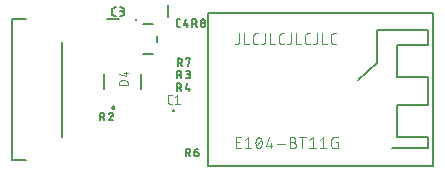
<source format=gbr>
G04 EAGLE Gerber RS-274X export*
G75*
%MOMM*%
%FSLAX34Y34*%
%LPD*%
%INSilkscreen Top*%
%IPPOS*%
%AMOC8*
5,1,8,0,0,1.08239X$1,22.5*%
G01*
%ADD10C,0.076200*%
%ADD11C,0.127000*%
%ADD12C,0.203200*%
%ADD13C,0.254000*%
%ADD14C,0.152400*%
%ADD15C,0.200000*%


D10*
X270201Y120704D02*
X270201Y113394D01*
X270199Y113305D01*
X270193Y113217D01*
X270184Y113129D01*
X270171Y113041D01*
X270154Y112954D01*
X270134Y112868D01*
X270109Y112783D01*
X270082Y112698D01*
X270050Y112615D01*
X270016Y112534D01*
X269977Y112454D01*
X269936Y112376D01*
X269891Y112299D01*
X269843Y112225D01*
X269792Y112152D01*
X269738Y112082D01*
X269680Y112015D01*
X269620Y111949D01*
X269558Y111887D01*
X269492Y111827D01*
X269425Y111769D01*
X269355Y111715D01*
X269282Y111664D01*
X269208Y111616D01*
X269131Y111571D01*
X269053Y111530D01*
X268973Y111491D01*
X268892Y111457D01*
X268809Y111425D01*
X268724Y111398D01*
X268639Y111373D01*
X268553Y111353D01*
X268466Y111336D01*
X268378Y111323D01*
X268290Y111314D01*
X268202Y111308D01*
X268113Y111306D01*
X267069Y111306D01*
X274715Y111306D02*
X274715Y120704D01*
X274715Y111306D02*
X278892Y111306D01*
X284380Y111306D02*
X286469Y111306D01*
X284380Y111306D02*
X284291Y111308D01*
X284203Y111314D01*
X284115Y111323D01*
X284027Y111336D01*
X283940Y111353D01*
X283854Y111373D01*
X283769Y111398D01*
X283684Y111425D01*
X283601Y111457D01*
X283520Y111491D01*
X283440Y111530D01*
X283362Y111571D01*
X283285Y111616D01*
X283211Y111664D01*
X283138Y111715D01*
X283068Y111769D01*
X283001Y111827D01*
X282935Y111887D01*
X282873Y111949D01*
X282813Y112015D01*
X282755Y112082D01*
X282701Y112152D01*
X282650Y112225D01*
X282602Y112299D01*
X282557Y112376D01*
X282516Y112454D01*
X282477Y112534D01*
X282443Y112615D01*
X282411Y112698D01*
X282384Y112783D01*
X282359Y112868D01*
X282339Y112954D01*
X282322Y113041D01*
X282309Y113129D01*
X282300Y113217D01*
X282294Y113305D01*
X282292Y113394D01*
X282292Y118616D01*
X282294Y118707D01*
X282300Y118798D01*
X282310Y118889D01*
X282324Y118979D01*
X282341Y119068D01*
X282363Y119156D01*
X282389Y119244D01*
X282418Y119330D01*
X282451Y119415D01*
X282488Y119498D01*
X282528Y119580D01*
X282572Y119660D01*
X282619Y119738D01*
X282670Y119814D01*
X282723Y119887D01*
X282780Y119958D01*
X282841Y120027D01*
X282904Y120092D01*
X282969Y120155D01*
X283038Y120215D01*
X283109Y120273D01*
X283182Y120326D01*
X283258Y120377D01*
X283336Y120424D01*
X283416Y120468D01*
X283498Y120508D01*
X283581Y120545D01*
X283666Y120578D01*
X283752Y120607D01*
X283840Y120633D01*
X283928Y120655D01*
X284017Y120672D01*
X284107Y120686D01*
X284198Y120696D01*
X284289Y120702D01*
X284380Y120704D01*
X286469Y120704D01*
X292147Y120704D02*
X292147Y113394D01*
X292146Y113394D02*
X292144Y113305D01*
X292138Y113217D01*
X292129Y113129D01*
X292116Y113041D01*
X292099Y112954D01*
X292079Y112868D01*
X292054Y112783D01*
X292027Y112698D01*
X291995Y112615D01*
X291961Y112534D01*
X291922Y112454D01*
X291881Y112376D01*
X291836Y112299D01*
X291788Y112225D01*
X291737Y112152D01*
X291683Y112082D01*
X291625Y112015D01*
X291565Y111949D01*
X291503Y111887D01*
X291437Y111827D01*
X291370Y111769D01*
X291300Y111715D01*
X291227Y111664D01*
X291153Y111616D01*
X291076Y111571D01*
X290998Y111530D01*
X290918Y111491D01*
X290837Y111457D01*
X290754Y111425D01*
X290669Y111398D01*
X290584Y111373D01*
X290498Y111353D01*
X290411Y111336D01*
X290323Y111323D01*
X290235Y111314D01*
X290147Y111308D01*
X290058Y111306D01*
X289014Y111306D01*
X296661Y111306D02*
X296661Y120704D01*
X296661Y111306D02*
X300837Y111306D01*
X306326Y111306D02*
X308414Y111306D01*
X306326Y111306D02*
X306237Y111308D01*
X306149Y111314D01*
X306061Y111323D01*
X305973Y111336D01*
X305886Y111353D01*
X305800Y111373D01*
X305715Y111398D01*
X305630Y111425D01*
X305547Y111457D01*
X305466Y111491D01*
X305386Y111530D01*
X305308Y111571D01*
X305231Y111616D01*
X305157Y111664D01*
X305084Y111715D01*
X305014Y111769D01*
X304947Y111827D01*
X304881Y111887D01*
X304819Y111949D01*
X304759Y112015D01*
X304701Y112082D01*
X304647Y112152D01*
X304596Y112225D01*
X304548Y112299D01*
X304503Y112376D01*
X304462Y112454D01*
X304423Y112534D01*
X304389Y112615D01*
X304357Y112698D01*
X304330Y112783D01*
X304305Y112868D01*
X304285Y112954D01*
X304268Y113041D01*
X304255Y113129D01*
X304246Y113217D01*
X304240Y113305D01*
X304238Y113394D01*
X304237Y113394D02*
X304237Y118616D01*
X304238Y118616D02*
X304240Y118707D01*
X304246Y118798D01*
X304256Y118889D01*
X304270Y118979D01*
X304287Y119068D01*
X304309Y119156D01*
X304335Y119244D01*
X304364Y119330D01*
X304397Y119415D01*
X304434Y119498D01*
X304474Y119580D01*
X304518Y119660D01*
X304565Y119738D01*
X304616Y119814D01*
X304669Y119887D01*
X304726Y119958D01*
X304787Y120027D01*
X304850Y120092D01*
X304915Y120155D01*
X304984Y120215D01*
X305055Y120273D01*
X305128Y120326D01*
X305204Y120377D01*
X305282Y120424D01*
X305362Y120468D01*
X305444Y120508D01*
X305527Y120545D01*
X305612Y120578D01*
X305698Y120607D01*
X305786Y120633D01*
X305874Y120655D01*
X305963Y120672D01*
X306053Y120686D01*
X306144Y120696D01*
X306235Y120702D01*
X306326Y120704D01*
X308414Y120704D01*
X314092Y120704D02*
X314092Y113394D01*
X314090Y113305D01*
X314084Y113217D01*
X314075Y113129D01*
X314062Y113041D01*
X314045Y112954D01*
X314025Y112868D01*
X314000Y112783D01*
X313973Y112698D01*
X313941Y112615D01*
X313907Y112534D01*
X313868Y112454D01*
X313827Y112376D01*
X313782Y112299D01*
X313734Y112225D01*
X313683Y112152D01*
X313629Y112082D01*
X313571Y112015D01*
X313511Y111949D01*
X313449Y111887D01*
X313383Y111827D01*
X313316Y111769D01*
X313246Y111715D01*
X313173Y111664D01*
X313099Y111616D01*
X313022Y111571D01*
X312944Y111530D01*
X312864Y111491D01*
X312783Y111457D01*
X312700Y111425D01*
X312615Y111398D01*
X312530Y111373D01*
X312444Y111353D01*
X312357Y111336D01*
X312269Y111323D01*
X312181Y111314D01*
X312093Y111308D01*
X312004Y111306D01*
X310959Y111306D01*
X318606Y111306D02*
X318606Y120704D01*
X318606Y111306D02*
X322783Y111306D01*
X328271Y111306D02*
X330360Y111306D01*
X328271Y111306D02*
X328182Y111308D01*
X328094Y111314D01*
X328006Y111323D01*
X327918Y111336D01*
X327831Y111353D01*
X327745Y111373D01*
X327660Y111398D01*
X327575Y111425D01*
X327492Y111457D01*
X327411Y111491D01*
X327331Y111530D01*
X327253Y111571D01*
X327176Y111616D01*
X327102Y111664D01*
X327029Y111715D01*
X326959Y111769D01*
X326892Y111827D01*
X326826Y111887D01*
X326764Y111949D01*
X326704Y112015D01*
X326646Y112082D01*
X326592Y112152D01*
X326541Y112225D01*
X326493Y112299D01*
X326448Y112376D01*
X326407Y112454D01*
X326368Y112534D01*
X326334Y112615D01*
X326302Y112698D01*
X326275Y112783D01*
X326250Y112868D01*
X326230Y112954D01*
X326213Y113041D01*
X326200Y113129D01*
X326191Y113217D01*
X326185Y113305D01*
X326183Y113394D01*
X326183Y118616D01*
X326185Y118707D01*
X326191Y118798D01*
X326201Y118889D01*
X326215Y118979D01*
X326232Y119068D01*
X326254Y119156D01*
X326280Y119244D01*
X326309Y119330D01*
X326342Y119415D01*
X326379Y119498D01*
X326419Y119580D01*
X326463Y119660D01*
X326510Y119738D01*
X326561Y119814D01*
X326614Y119887D01*
X326671Y119958D01*
X326732Y120027D01*
X326795Y120092D01*
X326860Y120155D01*
X326929Y120215D01*
X327000Y120273D01*
X327073Y120326D01*
X327149Y120377D01*
X327227Y120424D01*
X327307Y120468D01*
X327389Y120508D01*
X327472Y120545D01*
X327557Y120578D01*
X327643Y120607D01*
X327731Y120633D01*
X327819Y120655D01*
X327908Y120672D01*
X327998Y120686D01*
X328089Y120696D01*
X328180Y120702D01*
X328271Y120704D01*
X330360Y120704D01*
X336038Y120704D02*
X336038Y113394D01*
X336037Y113394D02*
X336035Y113305D01*
X336029Y113217D01*
X336020Y113129D01*
X336007Y113041D01*
X335990Y112954D01*
X335970Y112868D01*
X335945Y112783D01*
X335918Y112698D01*
X335886Y112615D01*
X335852Y112534D01*
X335813Y112454D01*
X335772Y112376D01*
X335727Y112299D01*
X335679Y112225D01*
X335628Y112152D01*
X335574Y112082D01*
X335516Y112015D01*
X335456Y111949D01*
X335394Y111887D01*
X335328Y111827D01*
X335261Y111769D01*
X335191Y111715D01*
X335118Y111664D01*
X335044Y111616D01*
X334967Y111571D01*
X334889Y111530D01*
X334809Y111491D01*
X334728Y111457D01*
X334645Y111425D01*
X334560Y111398D01*
X334475Y111373D01*
X334389Y111353D01*
X334302Y111336D01*
X334214Y111323D01*
X334126Y111314D01*
X334038Y111308D01*
X333949Y111306D01*
X332905Y111306D01*
X340552Y111306D02*
X340552Y120704D01*
X340552Y111306D02*
X344728Y111306D01*
X350217Y111306D02*
X352305Y111306D01*
X350217Y111306D02*
X350128Y111308D01*
X350040Y111314D01*
X349952Y111323D01*
X349864Y111336D01*
X349777Y111353D01*
X349691Y111373D01*
X349606Y111398D01*
X349521Y111425D01*
X349438Y111457D01*
X349357Y111491D01*
X349277Y111530D01*
X349199Y111571D01*
X349122Y111616D01*
X349048Y111664D01*
X348975Y111715D01*
X348905Y111769D01*
X348838Y111827D01*
X348772Y111887D01*
X348710Y111949D01*
X348650Y112015D01*
X348592Y112082D01*
X348538Y112152D01*
X348487Y112225D01*
X348439Y112299D01*
X348394Y112376D01*
X348353Y112454D01*
X348314Y112534D01*
X348280Y112615D01*
X348248Y112698D01*
X348221Y112783D01*
X348196Y112868D01*
X348176Y112954D01*
X348159Y113041D01*
X348146Y113129D01*
X348137Y113217D01*
X348131Y113305D01*
X348129Y113394D01*
X348128Y113394D02*
X348128Y118616D01*
X348129Y118616D02*
X348131Y118707D01*
X348137Y118798D01*
X348147Y118889D01*
X348161Y118979D01*
X348178Y119068D01*
X348200Y119156D01*
X348226Y119244D01*
X348255Y119330D01*
X348288Y119415D01*
X348325Y119498D01*
X348365Y119580D01*
X348409Y119660D01*
X348456Y119738D01*
X348507Y119814D01*
X348560Y119887D01*
X348617Y119958D01*
X348678Y120027D01*
X348741Y120092D01*
X348806Y120155D01*
X348875Y120215D01*
X348946Y120273D01*
X349019Y120326D01*
X349095Y120377D01*
X349173Y120424D01*
X349253Y120468D01*
X349335Y120508D01*
X349418Y120545D01*
X349503Y120578D01*
X349589Y120607D01*
X349677Y120633D01*
X349765Y120655D01*
X349854Y120672D01*
X349944Y120686D01*
X350035Y120696D01*
X350126Y120702D01*
X350217Y120704D01*
X352305Y120704D01*
D11*
X220346Y126330D02*
X218822Y126330D01*
X218745Y126332D01*
X218668Y126338D01*
X218591Y126348D01*
X218515Y126361D01*
X218440Y126379D01*
X218366Y126400D01*
X218293Y126425D01*
X218221Y126454D01*
X218151Y126486D01*
X218082Y126521D01*
X218016Y126561D01*
X217951Y126603D01*
X217889Y126649D01*
X217829Y126698D01*
X217772Y126749D01*
X217717Y126804D01*
X217666Y126861D01*
X217617Y126921D01*
X217571Y126983D01*
X217529Y127048D01*
X217489Y127114D01*
X217454Y127183D01*
X217422Y127253D01*
X217393Y127325D01*
X217368Y127398D01*
X217347Y127472D01*
X217329Y127547D01*
X217316Y127623D01*
X217306Y127700D01*
X217300Y127777D01*
X217298Y127854D01*
X217298Y131664D01*
X217300Y131741D01*
X217306Y131818D01*
X217316Y131895D01*
X217329Y131971D01*
X217347Y132046D01*
X217368Y132120D01*
X217393Y132193D01*
X217422Y132265D01*
X217454Y132335D01*
X217489Y132404D01*
X217529Y132470D01*
X217571Y132535D01*
X217617Y132597D01*
X217666Y132657D01*
X217717Y132714D01*
X217772Y132769D01*
X217829Y132820D01*
X217889Y132869D01*
X217951Y132915D01*
X218016Y132957D01*
X218082Y132997D01*
X218151Y133032D01*
X218221Y133064D01*
X218293Y133093D01*
X218366Y133118D01*
X218440Y133139D01*
X218515Y133157D01*
X218591Y133170D01*
X218668Y133180D01*
X218745Y133186D01*
X218822Y133188D01*
X220346Y133188D01*
X224949Y133188D02*
X223425Y127854D01*
X227235Y127854D01*
X226092Y129378D02*
X226092Y126330D01*
X165926Y135671D02*
X164402Y135671D01*
X164325Y135673D01*
X164248Y135679D01*
X164171Y135689D01*
X164095Y135702D01*
X164020Y135720D01*
X163946Y135741D01*
X163873Y135766D01*
X163801Y135795D01*
X163731Y135827D01*
X163662Y135862D01*
X163596Y135902D01*
X163531Y135944D01*
X163469Y135990D01*
X163409Y136039D01*
X163352Y136090D01*
X163297Y136145D01*
X163246Y136202D01*
X163197Y136262D01*
X163151Y136324D01*
X163109Y136389D01*
X163069Y136455D01*
X163034Y136524D01*
X163002Y136594D01*
X162973Y136666D01*
X162948Y136739D01*
X162927Y136813D01*
X162909Y136888D01*
X162896Y136964D01*
X162886Y137041D01*
X162880Y137118D01*
X162878Y137195D01*
X162878Y141005D01*
X162880Y141082D01*
X162886Y141159D01*
X162896Y141236D01*
X162909Y141312D01*
X162927Y141387D01*
X162948Y141461D01*
X162973Y141534D01*
X163002Y141606D01*
X163034Y141676D01*
X163069Y141745D01*
X163109Y141811D01*
X163151Y141876D01*
X163197Y141938D01*
X163246Y141998D01*
X163297Y142055D01*
X163352Y142110D01*
X163409Y142161D01*
X163469Y142210D01*
X163531Y142256D01*
X163596Y142298D01*
X163662Y142338D01*
X163731Y142373D01*
X163801Y142405D01*
X163873Y142434D01*
X163946Y142459D01*
X164020Y142480D01*
X164095Y142498D01*
X164171Y142511D01*
X164248Y142521D01*
X164325Y142527D01*
X164402Y142529D01*
X165926Y142529D01*
X169005Y135671D02*
X170910Y135671D01*
X170995Y135673D01*
X171081Y135679D01*
X171166Y135688D01*
X171250Y135702D01*
X171334Y135719D01*
X171417Y135740D01*
X171499Y135764D01*
X171579Y135792D01*
X171659Y135824D01*
X171737Y135860D01*
X171813Y135898D01*
X171887Y135941D01*
X171959Y135986D01*
X172030Y136035D01*
X172098Y136087D01*
X172163Y136141D01*
X172226Y136199D01*
X172287Y136260D01*
X172345Y136323D01*
X172399Y136388D01*
X172451Y136456D01*
X172500Y136527D01*
X172545Y136599D01*
X172588Y136673D01*
X172626Y136749D01*
X172662Y136827D01*
X172694Y136907D01*
X172722Y136987D01*
X172746Y137069D01*
X172767Y137152D01*
X172784Y137236D01*
X172798Y137320D01*
X172807Y137405D01*
X172813Y137491D01*
X172815Y137576D01*
X172813Y137661D01*
X172807Y137747D01*
X172798Y137832D01*
X172784Y137916D01*
X172767Y138000D01*
X172746Y138083D01*
X172722Y138165D01*
X172694Y138245D01*
X172662Y138325D01*
X172626Y138403D01*
X172588Y138479D01*
X172545Y138553D01*
X172500Y138625D01*
X172451Y138696D01*
X172399Y138764D01*
X172345Y138829D01*
X172287Y138892D01*
X172226Y138953D01*
X172163Y139011D01*
X172098Y139065D01*
X172030Y139117D01*
X171959Y139166D01*
X171887Y139211D01*
X171813Y139254D01*
X171737Y139292D01*
X171659Y139328D01*
X171579Y139360D01*
X171499Y139388D01*
X171417Y139412D01*
X171334Y139433D01*
X171250Y139450D01*
X171166Y139464D01*
X171081Y139473D01*
X170995Y139479D01*
X170910Y139481D01*
X171291Y142529D02*
X169005Y142529D01*
X171291Y142529D02*
X171368Y142527D01*
X171445Y142521D01*
X171522Y142511D01*
X171598Y142498D01*
X171673Y142480D01*
X171747Y142459D01*
X171820Y142434D01*
X171892Y142405D01*
X171962Y142373D01*
X172031Y142338D01*
X172097Y142298D01*
X172162Y142256D01*
X172224Y142210D01*
X172284Y142161D01*
X172341Y142110D01*
X172396Y142055D01*
X172447Y141998D01*
X172496Y141938D01*
X172542Y141876D01*
X172584Y141811D01*
X172624Y141745D01*
X172659Y141676D01*
X172691Y141606D01*
X172720Y141534D01*
X172745Y141461D01*
X172766Y141387D01*
X172784Y141312D01*
X172797Y141236D01*
X172807Y141159D01*
X172813Y141082D01*
X172815Y141005D01*
X172813Y140928D01*
X172807Y140851D01*
X172797Y140774D01*
X172784Y140698D01*
X172766Y140623D01*
X172745Y140549D01*
X172720Y140476D01*
X172691Y140404D01*
X172659Y140334D01*
X172624Y140265D01*
X172584Y140199D01*
X172542Y140134D01*
X172496Y140072D01*
X172447Y140012D01*
X172396Y139955D01*
X172341Y139900D01*
X172284Y139849D01*
X172224Y139800D01*
X172162Y139754D01*
X172097Y139712D01*
X172031Y139672D01*
X171962Y139637D01*
X171892Y139605D01*
X171820Y139576D01*
X171747Y139551D01*
X171673Y139530D01*
X171598Y139512D01*
X171522Y139499D01*
X171445Y139489D01*
X171368Y139483D01*
X171291Y139481D01*
X169767Y139481D01*
D10*
X267369Y23206D02*
X271545Y23206D01*
X267369Y23206D02*
X267369Y32604D01*
X271545Y32604D01*
X270501Y28427D02*
X267369Y28427D01*
X274971Y30516D02*
X277582Y32604D01*
X277582Y23206D01*
X280192Y23206D02*
X274971Y23206D01*
X284115Y27905D02*
X284117Y28090D01*
X284124Y28275D01*
X284135Y28459D01*
X284150Y28643D01*
X284170Y28827D01*
X284194Y29011D01*
X284223Y29193D01*
X284256Y29375D01*
X284293Y29556D01*
X284335Y29736D01*
X284381Y29916D01*
X284431Y30094D01*
X284485Y30270D01*
X284544Y30446D01*
X284606Y30620D01*
X284673Y30792D01*
X284744Y30963D01*
X284819Y31132D01*
X284898Y31299D01*
X284897Y31299D02*
X284927Y31379D01*
X284960Y31458D01*
X284997Y31535D01*
X285037Y31611D01*
X285080Y31685D01*
X285126Y31757D01*
X285176Y31826D01*
X285228Y31894D01*
X285284Y31959D01*
X285342Y32022D01*
X285404Y32081D01*
X285467Y32139D01*
X285534Y32193D01*
X285602Y32244D01*
X285673Y32292D01*
X285746Y32337D01*
X285820Y32379D01*
X285897Y32417D01*
X285975Y32452D01*
X286054Y32484D01*
X286135Y32512D01*
X286217Y32536D01*
X286301Y32557D01*
X286384Y32574D01*
X286469Y32587D01*
X286554Y32596D01*
X286639Y32602D01*
X286725Y32604D01*
X286811Y32602D01*
X286896Y32596D01*
X286981Y32587D01*
X287066Y32574D01*
X287149Y32557D01*
X287233Y32536D01*
X287315Y32512D01*
X287396Y32484D01*
X287475Y32452D01*
X287553Y32417D01*
X287630Y32379D01*
X287704Y32337D01*
X287777Y32292D01*
X287848Y32244D01*
X287916Y32193D01*
X287983Y32139D01*
X288046Y32081D01*
X288108Y32022D01*
X288166Y31959D01*
X288222Y31894D01*
X288274Y31826D01*
X288324Y31757D01*
X288370Y31685D01*
X288413Y31611D01*
X288453Y31535D01*
X288490Y31458D01*
X288523Y31379D01*
X288553Y31299D01*
X288632Y31132D01*
X288707Y30963D01*
X288778Y30792D01*
X288845Y30620D01*
X288907Y30446D01*
X288966Y30270D01*
X289020Y30094D01*
X289070Y29916D01*
X289116Y29736D01*
X289158Y29556D01*
X289195Y29375D01*
X289228Y29193D01*
X289257Y29011D01*
X289281Y28827D01*
X289301Y28643D01*
X289316Y28459D01*
X289327Y28275D01*
X289334Y28090D01*
X289336Y27905D01*
X284115Y27905D02*
X284117Y27720D01*
X284124Y27535D01*
X284135Y27351D01*
X284150Y27167D01*
X284170Y26983D01*
X284194Y26799D01*
X284223Y26617D01*
X284256Y26435D01*
X284293Y26254D01*
X284335Y26074D01*
X284381Y25894D01*
X284431Y25716D01*
X284485Y25540D01*
X284544Y25364D01*
X284606Y25190D01*
X284673Y25018D01*
X284744Y24847D01*
X284819Y24678D01*
X284898Y24511D01*
X284897Y24511D02*
X284927Y24431D01*
X284960Y24352D01*
X284997Y24275D01*
X285037Y24199D01*
X285080Y24125D01*
X285126Y24053D01*
X285176Y23984D01*
X285229Y23916D01*
X285284Y23851D01*
X285343Y23788D01*
X285404Y23729D01*
X285467Y23671D01*
X285534Y23617D01*
X285602Y23566D01*
X285673Y23518D01*
X285746Y23473D01*
X285820Y23431D01*
X285897Y23393D01*
X285975Y23358D01*
X286054Y23326D01*
X286135Y23298D01*
X286217Y23274D01*
X286301Y23253D01*
X286384Y23236D01*
X286469Y23223D01*
X286554Y23214D01*
X286639Y23208D01*
X286725Y23206D01*
X288553Y24511D02*
X288632Y24678D01*
X288707Y24847D01*
X288778Y25018D01*
X288845Y25190D01*
X288907Y25364D01*
X288966Y25540D01*
X289020Y25716D01*
X289070Y25894D01*
X289116Y26074D01*
X289158Y26254D01*
X289195Y26435D01*
X289228Y26617D01*
X289257Y26799D01*
X289281Y26983D01*
X289301Y27167D01*
X289316Y27351D01*
X289327Y27535D01*
X289334Y27720D01*
X289336Y27905D01*
X288553Y24511D02*
X288523Y24431D01*
X288490Y24352D01*
X288453Y24275D01*
X288413Y24199D01*
X288370Y24125D01*
X288324Y24053D01*
X288274Y23984D01*
X288222Y23916D01*
X288166Y23851D01*
X288108Y23788D01*
X288046Y23729D01*
X287983Y23671D01*
X287916Y23617D01*
X287848Y23566D01*
X287777Y23518D01*
X287704Y23473D01*
X287630Y23431D01*
X287553Y23393D01*
X287475Y23358D01*
X287396Y23326D01*
X287315Y23298D01*
X287233Y23274D01*
X287149Y23253D01*
X287066Y23236D01*
X286981Y23223D01*
X286896Y23214D01*
X286811Y23208D01*
X286725Y23206D01*
X284637Y25294D02*
X288814Y30516D01*
X293259Y25294D02*
X295347Y32604D01*
X293259Y25294D02*
X298480Y25294D01*
X296914Y27383D02*
X296914Y23206D01*
X302490Y26861D02*
X308756Y26861D01*
X313202Y28427D02*
X315813Y28427D01*
X315813Y28428D02*
X315914Y28426D01*
X316015Y28420D01*
X316116Y28410D01*
X316216Y28397D01*
X316316Y28379D01*
X316415Y28358D01*
X316513Y28332D01*
X316610Y28303D01*
X316706Y28271D01*
X316800Y28234D01*
X316893Y28194D01*
X316985Y28150D01*
X317074Y28103D01*
X317162Y28052D01*
X317248Y27998D01*
X317331Y27941D01*
X317413Y27881D01*
X317491Y27817D01*
X317568Y27751D01*
X317641Y27681D01*
X317712Y27609D01*
X317780Y27534D01*
X317845Y27456D01*
X317907Y27376D01*
X317966Y27294D01*
X318022Y27209D01*
X318074Y27122D01*
X318123Y27034D01*
X318169Y26943D01*
X318210Y26851D01*
X318249Y26757D01*
X318283Y26662D01*
X318314Y26566D01*
X318341Y26468D01*
X318365Y26370D01*
X318384Y26270D01*
X318400Y26170D01*
X318412Y26070D01*
X318420Y25969D01*
X318424Y25868D01*
X318424Y25766D01*
X318420Y25665D01*
X318412Y25564D01*
X318400Y25464D01*
X318384Y25364D01*
X318365Y25264D01*
X318341Y25166D01*
X318314Y25068D01*
X318283Y24972D01*
X318249Y24877D01*
X318210Y24783D01*
X318169Y24691D01*
X318123Y24600D01*
X318074Y24511D01*
X318022Y24425D01*
X317966Y24340D01*
X317907Y24258D01*
X317845Y24178D01*
X317780Y24100D01*
X317712Y24025D01*
X317641Y23953D01*
X317568Y23883D01*
X317491Y23817D01*
X317413Y23753D01*
X317331Y23693D01*
X317248Y23636D01*
X317162Y23582D01*
X317074Y23531D01*
X316985Y23484D01*
X316893Y23440D01*
X316800Y23400D01*
X316706Y23363D01*
X316610Y23331D01*
X316513Y23302D01*
X316415Y23276D01*
X316316Y23255D01*
X316216Y23237D01*
X316116Y23224D01*
X316015Y23214D01*
X315914Y23208D01*
X315813Y23206D01*
X313202Y23206D01*
X313202Y32604D01*
X315813Y32604D01*
X315903Y32602D01*
X315992Y32596D01*
X316082Y32587D01*
X316171Y32573D01*
X316259Y32556D01*
X316346Y32535D01*
X316433Y32510D01*
X316518Y32481D01*
X316602Y32449D01*
X316684Y32414D01*
X316765Y32374D01*
X316844Y32332D01*
X316921Y32286D01*
X316996Y32236D01*
X317069Y32184D01*
X317140Y32128D01*
X317208Y32070D01*
X317273Y32008D01*
X317336Y31944D01*
X317396Y31877D01*
X317453Y31808D01*
X317507Y31736D01*
X317558Y31662D01*
X317606Y31586D01*
X317650Y31508D01*
X317691Y31428D01*
X317729Y31346D01*
X317763Y31263D01*
X317793Y31178D01*
X317820Y31092D01*
X317843Y31006D01*
X317862Y30918D01*
X317877Y30829D01*
X317889Y30740D01*
X317897Y30651D01*
X317901Y30561D01*
X317901Y30471D01*
X317897Y30381D01*
X317889Y30292D01*
X317877Y30203D01*
X317862Y30114D01*
X317843Y30026D01*
X317820Y29940D01*
X317793Y29854D01*
X317763Y29769D01*
X317729Y29686D01*
X317691Y29604D01*
X317650Y29524D01*
X317606Y29446D01*
X317558Y29370D01*
X317507Y29296D01*
X317453Y29224D01*
X317396Y29155D01*
X317336Y29088D01*
X317273Y29024D01*
X317208Y28962D01*
X317140Y28904D01*
X317069Y28848D01*
X316996Y28796D01*
X316921Y28746D01*
X316844Y28700D01*
X316765Y28658D01*
X316684Y28618D01*
X316602Y28583D01*
X316518Y28551D01*
X316433Y28522D01*
X316346Y28497D01*
X316259Y28476D01*
X316171Y28459D01*
X316082Y28445D01*
X315992Y28436D01*
X315903Y28430D01*
X315813Y28428D01*
X323911Y32604D02*
X323911Y23206D01*
X321300Y32604D02*
X326522Y32604D01*
X329835Y30516D02*
X332445Y32604D01*
X332445Y23206D01*
X329835Y23206D02*
X335056Y23206D01*
X338979Y30516D02*
X341589Y32604D01*
X341589Y23206D01*
X338979Y23206D02*
X344200Y23206D01*
X352082Y28427D02*
X353649Y28427D01*
X353649Y23206D01*
X350516Y23206D01*
X350427Y23208D01*
X350339Y23214D01*
X350251Y23223D01*
X350163Y23236D01*
X350076Y23253D01*
X349990Y23273D01*
X349905Y23298D01*
X349820Y23325D01*
X349737Y23357D01*
X349656Y23391D01*
X349576Y23430D01*
X349498Y23471D01*
X349421Y23516D01*
X349347Y23564D01*
X349274Y23615D01*
X349204Y23669D01*
X349137Y23727D01*
X349071Y23787D01*
X349009Y23849D01*
X348949Y23915D01*
X348891Y23982D01*
X348837Y24052D01*
X348786Y24125D01*
X348738Y24199D01*
X348693Y24276D01*
X348652Y24354D01*
X348613Y24434D01*
X348579Y24515D01*
X348547Y24598D01*
X348520Y24683D01*
X348495Y24768D01*
X348475Y24854D01*
X348458Y24941D01*
X348445Y25029D01*
X348436Y25117D01*
X348430Y25205D01*
X348428Y25294D01*
X348428Y30516D01*
X348430Y30607D01*
X348436Y30698D01*
X348446Y30789D01*
X348460Y30879D01*
X348477Y30968D01*
X348499Y31056D01*
X348525Y31144D01*
X348554Y31230D01*
X348587Y31315D01*
X348624Y31398D01*
X348664Y31480D01*
X348708Y31560D01*
X348755Y31638D01*
X348806Y31714D01*
X348859Y31787D01*
X348916Y31858D01*
X348977Y31927D01*
X349040Y31992D01*
X349105Y32055D01*
X349174Y32115D01*
X349245Y32173D01*
X349318Y32226D01*
X349394Y32277D01*
X349472Y32324D01*
X349552Y32368D01*
X349634Y32408D01*
X349717Y32445D01*
X349802Y32478D01*
X349888Y32507D01*
X349976Y32533D01*
X350064Y32555D01*
X350153Y32572D01*
X350243Y32586D01*
X350334Y32596D01*
X350425Y32602D01*
X350516Y32604D01*
X353649Y32604D01*
D12*
X214679Y54711D02*
X214679Y55388D01*
X215356Y55388D01*
X215356Y54711D01*
X214679Y54711D01*
X197763Y103306D02*
X189175Y103306D01*
X189175Y128706D02*
X197763Y128706D01*
X200557Y118690D02*
X200557Y113322D01*
D13*
X183309Y132008D03*
D11*
X168368Y133198D02*
X158208Y133198D01*
X210316Y134864D02*
X210316Y145024D01*
D14*
X152496Y53601D02*
X152496Y46997D01*
X152496Y53601D02*
X154330Y53601D01*
X154415Y53599D01*
X154499Y53593D01*
X154583Y53583D01*
X154667Y53570D01*
X154750Y53552D01*
X154832Y53531D01*
X154913Y53506D01*
X154993Y53477D01*
X155071Y53445D01*
X155147Y53409D01*
X155222Y53369D01*
X155295Y53326D01*
X155366Y53280D01*
X155435Y53231D01*
X155502Y53178D01*
X155566Y53122D01*
X155627Y53064D01*
X155685Y53003D01*
X155741Y52939D01*
X155794Y52872D01*
X155843Y52803D01*
X155889Y52732D01*
X155932Y52659D01*
X155972Y52584D01*
X156008Y52508D01*
X156040Y52430D01*
X156069Y52350D01*
X156094Y52269D01*
X156115Y52187D01*
X156133Y52104D01*
X156146Y52020D01*
X156156Y51936D01*
X156162Y51852D01*
X156164Y51767D01*
X156162Y51682D01*
X156156Y51598D01*
X156146Y51514D01*
X156133Y51430D01*
X156115Y51347D01*
X156094Y51265D01*
X156069Y51184D01*
X156040Y51104D01*
X156008Y51026D01*
X155972Y50950D01*
X155932Y50875D01*
X155889Y50802D01*
X155843Y50731D01*
X155794Y50662D01*
X155741Y50595D01*
X155685Y50531D01*
X155627Y50470D01*
X155566Y50412D01*
X155502Y50356D01*
X155435Y50303D01*
X155366Y50254D01*
X155295Y50208D01*
X155222Y50165D01*
X155147Y50125D01*
X155071Y50089D01*
X154993Y50057D01*
X154913Y50028D01*
X154832Y50003D01*
X154750Y49982D01*
X154667Y49964D01*
X154583Y49951D01*
X154499Y49941D01*
X154415Y49935D01*
X154330Y49933D01*
X152496Y49933D01*
X154697Y49933D02*
X156165Y46997D01*
X161750Y53601D02*
X161829Y53599D01*
X161907Y53594D01*
X161985Y53584D01*
X162062Y53571D01*
X162139Y53554D01*
X162215Y53534D01*
X162290Y53510D01*
X162364Y53483D01*
X162436Y53452D01*
X162507Y53417D01*
X162576Y53380D01*
X162643Y53339D01*
X162708Y53295D01*
X162771Y53248D01*
X162831Y53198D01*
X162889Y53145D01*
X162945Y53089D01*
X162998Y53031D01*
X163048Y52971D01*
X163095Y52908D01*
X163139Y52843D01*
X163180Y52776D01*
X163217Y52707D01*
X163252Y52636D01*
X163283Y52564D01*
X163310Y52490D01*
X163334Y52415D01*
X163354Y52339D01*
X163371Y52262D01*
X163384Y52185D01*
X163394Y52107D01*
X163399Y52029D01*
X163401Y51950D01*
X161750Y53601D02*
X161661Y53599D01*
X161572Y53594D01*
X161484Y53584D01*
X161396Y53571D01*
X161309Y53555D01*
X161222Y53534D01*
X161137Y53510D01*
X161052Y53483D01*
X160969Y53452D01*
X160887Y53417D01*
X160806Y53379D01*
X160727Y53338D01*
X160651Y53294D01*
X160575Y53246D01*
X160502Y53195D01*
X160432Y53142D01*
X160363Y53085D01*
X160297Y53025D01*
X160234Y52963D01*
X160173Y52898D01*
X160115Y52831D01*
X160060Y52761D01*
X160007Y52689D01*
X159958Y52615D01*
X159912Y52539D01*
X159870Y52461D01*
X159830Y52381D01*
X159794Y52300D01*
X159761Y52217D01*
X159732Y52133D01*
X162851Y50666D02*
X162907Y50722D01*
X162961Y50781D01*
X163012Y50842D01*
X163061Y50906D01*
X163106Y50971D01*
X163149Y51039D01*
X163188Y51108D01*
X163225Y51179D01*
X163258Y51252D01*
X163287Y51326D01*
X163314Y51401D01*
X163337Y51477D01*
X163356Y51555D01*
X163372Y51633D01*
X163385Y51711D01*
X163394Y51791D01*
X163399Y51870D01*
X163401Y51950D01*
X162851Y50666D02*
X159732Y46997D01*
X163401Y46997D01*
D11*
X244169Y8191D02*
X434799Y8191D01*
X434799Y138161D01*
X244169Y138161D01*
X399879Y23271D02*
X429879Y23271D01*
X429879Y33271D01*
X403679Y33271D01*
X403679Y59971D01*
X403779Y59771D02*
X429879Y59771D01*
X429879Y83501D01*
X403779Y83501D01*
X403779Y110581D01*
X429879Y110581D01*
X429879Y123181D01*
X387279Y123181D01*
X387279Y95661D01*
X370679Y81161D01*
X244169Y138161D02*
X244169Y8191D01*
X156000Y73250D02*
X156000Y86250D01*
X187500Y86250D02*
X187500Y73250D01*
D15*
X162750Y57750D02*
X162752Y57813D01*
X162758Y57875D01*
X162768Y57937D01*
X162781Y57999D01*
X162799Y58059D01*
X162820Y58118D01*
X162845Y58176D01*
X162874Y58232D01*
X162906Y58286D01*
X162941Y58338D01*
X162979Y58387D01*
X163021Y58435D01*
X163065Y58479D01*
X163113Y58521D01*
X163162Y58559D01*
X163214Y58594D01*
X163268Y58626D01*
X163324Y58655D01*
X163382Y58680D01*
X163441Y58701D01*
X163501Y58719D01*
X163563Y58732D01*
X163625Y58742D01*
X163687Y58748D01*
X163750Y58750D01*
X163813Y58748D01*
X163875Y58742D01*
X163937Y58732D01*
X163999Y58719D01*
X164059Y58701D01*
X164118Y58680D01*
X164176Y58655D01*
X164232Y58626D01*
X164286Y58594D01*
X164338Y58559D01*
X164387Y58521D01*
X164435Y58479D01*
X164479Y58435D01*
X164521Y58387D01*
X164559Y58338D01*
X164594Y58286D01*
X164626Y58232D01*
X164655Y58176D01*
X164680Y58118D01*
X164701Y58059D01*
X164719Y57999D01*
X164732Y57937D01*
X164742Y57875D01*
X164748Y57813D01*
X164750Y57750D01*
X164748Y57687D01*
X164742Y57625D01*
X164732Y57563D01*
X164719Y57501D01*
X164701Y57441D01*
X164680Y57382D01*
X164655Y57324D01*
X164626Y57268D01*
X164594Y57214D01*
X164559Y57162D01*
X164521Y57113D01*
X164479Y57065D01*
X164435Y57021D01*
X164387Y56979D01*
X164338Y56941D01*
X164286Y56906D01*
X164232Y56874D01*
X164176Y56845D01*
X164118Y56820D01*
X164059Y56799D01*
X163999Y56781D01*
X163937Y56768D01*
X163875Y56758D01*
X163813Y56752D01*
X163750Y56750D01*
X163687Y56752D01*
X163625Y56758D01*
X163563Y56768D01*
X163501Y56781D01*
X163441Y56799D01*
X163382Y56820D01*
X163324Y56845D01*
X163268Y56874D01*
X163214Y56906D01*
X163162Y56941D01*
X163113Y56979D01*
X163065Y57021D01*
X163021Y57065D01*
X162979Y57113D01*
X162941Y57162D01*
X162906Y57214D01*
X162874Y57268D01*
X162845Y57324D01*
X162820Y57382D01*
X162799Y57441D01*
X162781Y57501D01*
X162768Y57563D01*
X162758Y57625D01*
X162752Y57687D01*
X162750Y57750D01*
D10*
X168603Y76631D02*
X175969Y76631D01*
X168603Y76631D02*
X168603Y78677D01*
X168605Y78766D01*
X168611Y78855D01*
X168621Y78944D01*
X168634Y79032D01*
X168651Y79120D01*
X168673Y79207D01*
X168698Y79292D01*
X168726Y79377D01*
X168759Y79460D01*
X168795Y79542D01*
X168834Y79622D01*
X168877Y79700D01*
X168923Y79776D01*
X168973Y79851D01*
X169026Y79923D01*
X169082Y79992D01*
X169141Y80059D01*
X169202Y80124D01*
X169267Y80185D01*
X169334Y80244D01*
X169403Y80300D01*
X169475Y80353D01*
X169550Y80403D01*
X169626Y80449D01*
X169704Y80492D01*
X169784Y80531D01*
X169866Y80567D01*
X169949Y80600D01*
X170034Y80628D01*
X170119Y80653D01*
X170206Y80675D01*
X170294Y80692D01*
X170382Y80705D01*
X170471Y80715D01*
X170560Y80721D01*
X170649Y80723D01*
X173923Y80723D01*
X174012Y80721D01*
X174101Y80715D01*
X174190Y80705D01*
X174278Y80692D01*
X174366Y80675D01*
X174453Y80653D01*
X174538Y80628D01*
X174623Y80600D01*
X174706Y80567D01*
X174788Y80531D01*
X174868Y80492D01*
X174946Y80449D01*
X175022Y80403D01*
X175097Y80353D01*
X175169Y80300D01*
X175238Y80244D01*
X175305Y80185D01*
X175370Y80124D01*
X175431Y80059D01*
X175490Y79992D01*
X175546Y79923D01*
X175599Y79851D01*
X175649Y79776D01*
X175695Y79700D01*
X175738Y79622D01*
X175777Y79542D01*
X175813Y79460D01*
X175846Y79377D01*
X175874Y79292D01*
X175899Y79207D01*
X175921Y79120D01*
X175938Y79032D01*
X175951Y78944D01*
X175961Y78855D01*
X175967Y78766D01*
X175969Y78677D01*
X175969Y76631D01*
X174332Y84190D02*
X168603Y85827D01*
X174332Y84190D02*
X174332Y88282D01*
X172695Y87055D02*
X175969Y87055D01*
D14*
X217797Y89046D02*
X217797Y82442D01*
X217797Y89046D02*
X219632Y89046D01*
X219717Y89044D01*
X219801Y89038D01*
X219885Y89028D01*
X219969Y89015D01*
X220052Y88997D01*
X220134Y88976D01*
X220215Y88951D01*
X220295Y88922D01*
X220373Y88890D01*
X220449Y88854D01*
X220524Y88814D01*
X220597Y88771D01*
X220668Y88725D01*
X220737Y88676D01*
X220804Y88623D01*
X220868Y88567D01*
X220929Y88509D01*
X220987Y88448D01*
X221043Y88384D01*
X221096Y88317D01*
X221145Y88248D01*
X221191Y88177D01*
X221234Y88104D01*
X221274Y88029D01*
X221310Y87953D01*
X221342Y87875D01*
X221371Y87795D01*
X221396Y87714D01*
X221417Y87632D01*
X221435Y87549D01*
X221448Y87465D01*
X221458Y87381D01*
X221464Y87297D01*
X221466Y87212D01*
X221464Y87127D01*
X221458Y87043D01*
X221448Y86959D01*
X221435Y86875D01*
X221417Y86792D01*
X221396Y86710D01*
X221371Y86629D01*
X221342Y86549D01*
X221310Y86471D01*
X221274Y86395D01*
X221234Y86320D01*
X221191Y86247D01*
X221145Y86176D01*
X221096Y86107D01*
X221043Y86040D01*
X220987Y85976D01*
X220929Y85915D01*
X220868Y85857D01*
X220804Y85801D01*
X220737Y85748D01*
X220668Y85699D01*
X220597Y85653D01*
X220524Y85610D01*
X220449Y85570D01*
X220373Y85534D01*
X220295Y85502D01*
X220215Y85473D01*
X220134Y85448D01*
X220052Y85427D01*
X219969Y85409D01*
X219885Y85396D01*
X219801Y85386D01*
X219717Y85380D01*
X219632Y85378D01*
X219632Y85377D02*
X217797Y85377D01*
X219999Y85377D02*
X221466Y82442D01*
X225034Y82442D02*
X226868Y82442D01*
X226953Y82444D01*
X227037Y82450D01*
X227121Y82460D01*
X227205Y82473D01*
X227288Y82491D01*
X227370Y82512D01*
X227451Y82537D01*
X227531Y82566D01*
X227609Y82598D01*
X227685Y82634D01*
X227760Y82674D01*
X227833Y82717D01*
X227904Y82763D01*
X227973Y82812D01*
X228040Y82865D01*
X228104Y82921D01*
X228165Y82979D01*
X228223Y83040D01*
X228279Y83104D01*
X228332Y83171D01*
X228381Y83240D01*
X228427Y83311D01*
X228470Y83384D01*
X228510Y83459D01*
X228546Y83535D01*
X228578Y83613D01*
X228607Y83693D01*
X228632Y83774D01*
X228653Y83856D01*
X228671Y83939D01*
X228684Y84023D01*
X228694Y84107D01*
X228700Y84191D01*
X228702Y84276D01*
X228700Y84361D01*
X228694Y84445D01*
X228684Y84529D01*
X228671Y84613D01*
X228653Y84696D01*
X228632Y84778D01*
X228607Y84859D01*
X228578Y84939D01*
X228546Y85017D01*
X228510Y85093D01*
X228470Y85168D01*
X228427Y85241D01*
X228381Y85312D01*
X228332Y85381D01*
X228279Y85448D01*
X228223Y85512D01*
X228165Y85573D01*
X228104Y85631D01*
X228040Y85687D01*
X227973Y85740D01*
X227904Y85789D01*
X227833Y85835D01*
X227760Y85878D01*
X227685Y85918D01*
X227609Y85954D01*
X227531Y85986D01*
X227451Y86015D01*
X227370Y86040D01*
X227288Y86061D01*
X227205Y86079D01*
X227121Y86092D01*
X227037Y86102D01*
X226953Y86108D01*
X226868Y86110D01*
X227235Y89046D02*
X225034Y89046D01*
X227235Y89046D02*
X227311Y89044D01*
X227386Y89038D01*
X227461Y89029D01*
X227535Y89015D01*
X227609Y88998D01*
X227681Y88976D01*
X227753Y88952D01*
X227823Y88923D01*
X227891Y88891D01*
X227958Y88856D01*
X228023Y88817D01*
X228086Y88774D01*
X228146Y88729D01*
X228204Y88681D01*
X228260Y88629D01*
X228312Y88575D01*
X228362Y88518D01*
X228409Y88459D01*
X228453Y88398D01*
X228494Y88334D01*
X228531Y88268D01*
X228565Y88200D01*
X228595Y88131D01*
X228622Y88060D01*
X228645Y87988D01*
X228664Y87915D01*
X228679Y87841D01*
X228691Y87766D01*
X228699Y87691D01*
X228703Y87616D01*
X228703Y87540D01*
X228699Y87465D01*
X228691Y87390D01*
X228679Y87315D01*
X228664Y87241D01*
X228645Y87168D01*
X228622Y87096D01*
X228595Y87025D01*
X228565Y86956D01*
X228531Y86888D01*
X228494Y86822D01*
X228453Y86758D01*
X228409Y86697D01*
X228362Y86638D01*
X228312Y86581D01*
X228260Y86527D01*
X228204Y86475D01*
X228146Y86427D01*
X228086Y86382D01*
X228023Y86339D01*
X227958Y86300D01*
X227891Y86265D01*
X227823Y86233D01*
X227753Y86204D01*
X227681Y86180D01*
X227609Y86158D01*
X227535Y86141D01*
X227461Y86127D01*
X227386Y86118D01*
X227311Y86112D01*
X227235Y86110D01*
X227235Y86111D02*
X225768Y86111D01*
X217697Y78446D02*
X217697Y71842D01*
X217697Y78446D02*
X219532Y78446D01*
X219617Y78444D01*
X219701Y78438D01*
X219785Y78428D01*
X219869Y78415D01*
X219952Y78397D01*
X220034Y78376D01*
X220115Y78351D01*
X220195Y78322D01*
X220273Y78290D01*
X220349Y78254D01*
X220424Y78214D01*
X220497Y78171D01*
X220568Y78125D01*
X220637Y78076D01*
X220704Y78023D01*
X220768Y77967D01*
X220829Y77909D01*
X220887Y77848D01*
X220943Y77784D01*
X220996Y77717D01*
X221045Y77648D01*
X221091Y77577D01*
X221134Y77504D01*
X221174Y77429D01*
X221210Y77353D01*
X221242Y77275D01*
X221271Y77195D01*
X221296Y77114D01*
X221317Y77032D01*
X221335Y76949D01*
X221348Y76865D01*
X221358Y76781D01*
X221364Y76697D01*
X221366Y76612D01*
X221364Y76527D01*
X221358Y76443D01*
X221348Y76359D01*
X221335Y76275D01*
X221317Y76192D01*
X221296Y76110D01*
X221271Y76029D01*
X221242Y75949D01*
X221210Y75871D01*
X221174Y75795D01*
X221134Y75720D01*
X221091Y75647D01*
X221045Y75576D01*
X220996Y75507D01*
X220943Y75440D01*
X220887Y75376D01*
X220829Y75315D01*
X220768Y75257D01*
X220704Y75201D01*
X220637Y75148D01*
X220568Y75099D01*
X220497Y75053D01*
X220424Y75010D01*
X220349Y74970D01*
X220273Y74934D01*
X220195Y74902D01*
X220115Y74873D01*
X220034Y74848D01*
X219952Y74827D01*
X219869Y74809D01*
X219785Y74796D01*
X219701Y74786D01*
X219617Y74780D01*
X219532Y74778D01*
X219532Y74777D02*
X217697Y74777D01*
X219899Y74777D02*
X221366Y71842D01*
X224934Y73310D02*
X226401Y78446D01*
X224934Y73310D02*
X228603Y73310D01*
X227502Y74777D02*
X227502Y71842D01*
D10*
X213155Y61081D02*
X211518Y61081D01*
X211440Y61083D01*
X211362Y61088D01*
X211285Y61098D01*
X211208Y61111D01*
X211132Y61127D01*
X211057Y61147D01*
X210983Y61171D01*
X210910Y61198D01*
X210838Y61229D01*
X210768Y61263D01*
X210700Y61300D01*
X210633Y61341D01*
X210568Y61385D01*
X210506Y61431D01*
X210446Y61481D01*
X210388Y61533D01*
X210333Y61588D01*
X210281Y61646D01*
X210231Y61706D01*
X210185Y61768D01*
X210141Y61833D01*
X210100Y61900D01*
X210063Y61968D01*
X210029Y62038D01*
X209998Y62110D01*
X209971Y62183D01*
X209947Y62257D01*
X209927Y62332D01*
X209911Y62408D01*
X209898Y62485D01*
X209888Y62562D01*
X209883Y62640D01*
X209881Y62718D01*
X209881Y66810D01*
X209883Y66890D01*
X209889Y66970D01*
X209899Y67050D01*
X209912Y67129D01*
X209930Y67208D01*
X209951Y67285D01*
X209977Y67361D01*
X210006Y67436D01*
X210038Y67510D01*
X210074Y67582D01*
X210114Y67652D01*
X210157Y67719D01*
X210203Y67785D01*
X210253Y67848D01*
X210305Y67909D01*
X210360Y67968D01*
X210419Y68023D01*
X210479Y68075D01*
X210543Y68125D01*
X210609Y68171D01*
X210676Y68214D01*
X210746Y68254D01*
X210818Y68290D01*
X210892Y68322D01*
X210966Y68351D01*
X211043Y68377D01*
X211120Y68398D01*
X211199Y68416D01*
X211278Y68429D01*
X211358Y68439D01*
X211438Y68445D01*
X211518Y68447D01*
X213155Y68447D01*
X216000Y66810D02*
X218046Y68447D01*
X218046Y61081D01*
X216000Y61081D02*
X220092Y61081D01*
D14*
X225147Y23058D02*
X225147Y16454D01*
X225147Y23058D02*
X226982Y23058D01*
X227067Y23056D01*
X227151Y23050D01*
X227235Y23040D01*
X227319Y23027D01*
X227402Y23009D01*
X227484Y22988D01*
X227565Y22963D01*
X227645Y22934D01*
X227723Y22902D01*
X227799Y22866D01*
X227874Y22826D01*
X227947Y22783D01*
X228018Y22737D01*
X228087Y22688D01*
X228154Y22635D01*
X228218Y22579D01*
X228279Y22521D01*
X228337Y22460D01*
X228393Y22396D01*
X228446Y22329D01*
X228495Y22260D01*
X228541Y22189D01*
X228584Y22116D01*
X228624Y22041D01*
X228660Y21965D01*
X228692Y21887D01*
X228721Y21807D01*
X228746Y21726D01*
X228767Y21644D01*
X228785Y21561D01*
X228798Y21477D01*
X228808Y21393D01*
X228814Y21309D01*
X228816Y21224D01*
X228814Y21139D01*
X228808Y21055D01*
X228798Y20971D01*
X228785Y20887D01*
X228767Y20804D01*
X228746Y20722D01*
X228721Y20641D01*
X228692Y20561D01*
X228660Y20483D01*
X228624Y20407D01*
X228584Y20332D01*
X228541Y20259D01*
X228495Y20188D01*
X228446Y20119D01*
X228393Y20052D01*
X228337Y19988D01*
X228279Y19927D01*
X228218Y19869D01*
X228154Y19813D01*
X228087Y19760D01*
X228018Y19711D01*
X227947Y19665D01*
X227874Y19622D01*
X227799Y19582D01*
X227723Y19546D01*
X227645Y19514D01*
X227565Y19485D01*
X227484Y19460D01*
X227402Y19439D01*
X227319Y19421D01*
X227235Y19408D01*
X227151Y19398D01*
X227067Y19392D01*
X226982Y19390D01*
X226982Y19389D02*
X225147Y19389D01*
X227349Y19389D02*
X228816Y16454D01*
X232384Y20123D02*
X234585Y20123D01*
X234659Y20121D01*
X234734Y20115D01*
X234807Y20106D01*
X234881Y20093D01*
X234953Y20076D01*
X235024Y20056D01*
X235095Y20032D01*
X235164Y20004D01*
X235231Y19973D01*
X235297Y19939D01*
X235362Y19901D01*
X235424Y19860D01*
X235484Y19816D01*
X235541Y19769D01*
X235596Y19719D01*
X235649Y19666D01*
X235699Y19611D01*
X235746Y19554D01*
X235790Y19494D01*
X235831Y19432D01*
X235869Y19367D01*
X235903Y19301D01*
X235934Y19234D01*
X235962Y19165D01*
X235986Y19094D01*
X236006Y19023D01*
X236023Y18951D01*
X236036Y18877D01*
X236045Y18804D01*
X236051Y18729D01*
X236053Y18655D01*
X236053Y18288D01*
X236052Y18288D02*
X236050Y18203D01*
X236044Y18119D01*
X236034Y18035D01*
X236021Y17951D01*
X236003Y17868D01*
X235982Y17786D01*
X235957Y17705D01*
X235928Y17625D01*
X235896Y17547D01*
X235860Y17471D01*
X235820Y17396D01*
X235777Y17323D01*
X235731Y17252D01*
X235682Y17183D01*
X235629Y17116D01*
X235573Y17052D01*
X235515Y16991D01*
X235454Y16933D01*
X235390Y16877D01*
X235323Y16824D01*
X235254Y16775D01*
X235183Y16729D01*
X235110Y16686D01*
X235035Y16646D01*
X234959Y16610D01*
X234881Y16578D01*
X234801Y16549D01*
X234720Y16524D01*
X234638Y16503D01*
X234555Y16485D01*
X234471Y16472D01*
X234387Y16462D01*
X234303Y16456D01*
X234218Y16454D01*
X234133Y16456D01*
X234049Y16462D01*
X233965Y16472D01*
X233881Y16485D01*
X233798Y16503D01*
X233716Y16524D01*
X233635Y16549D01*
X233555Y16578D01*
X233477Y16610D01*
X233401Y16646D01*
X233326Y16686D01*
X233253Y16729D01*
X233182Y16775D01*
X233113Y16824D01*
X233046Y16877D01*
X232982Y16933D01*
X232921Y16991D01*
X232863Y17052D01*
X232807Y17116D01*
X232754Y17183D01*
X232705Y17252D01*
X232659Y17323D01*
X232616Y17396D01*
X232576Y17471D01*
X232540Y17547D01*
X232508Y17625D01*
X232479Y17705D01*
X232454Y17786D01*
X232433Y17868D01*
X232415Y17951D01*
X232402Y18035D01*
X232392Y18119D01*
X232386Y18203D01*
X232384Y18288D01*
X232384Y20123D01*
X232386Y20230D01*
X232392Y20337D01*
X232402Y20444D01*
X232415Y20550D01*
X232433Y20656D01*
X232454Y20761D01*
X232479Y20865D01*
X232508Y20969D01*
X232541Y21071D01*
X232578Y21171D01*
X232618Y21271D01*
X232662Y21369D01*
X232709Y21465D01*
X232760Y21559D01*
X232814Y21652D01*
X232871Y21742D01*
X232932Y21831D01*
X232996Y21917D01*
X233063Y22000D01*
X233133Y22082D01*
X233206Y22160D01*
X233282Y22236D01*
X233360Y22309D01*
X233442Y22379D01*
X233525Y22446D01*
X233611Y22510D01*
X233700Y22571D01*
X233790Y22628D01*
X233883Y22682D01*
X233977Y22733D01*
X234073Y22780D01*
X234171Y22824D01*
X234271Y22864D01*
X234371Y22901D01*
X234473Y22934D01*
X234577Y22963D01*
X234681Y22988D01*
X234786Y23009D01*
X234892Y23027D01*
X234998Y23040D01*
X235105Y23050D01*
X235212Y23056D01*
X235319Y23058D01*
X218167Y92762D02*
X218167Y99366D01*
X220002Y99366D01*
X220087Y99364D01*
X220171Y99358D01*
X220255Y99348D01*
X220339Y99335D01*
X220422Y99317D01*
X220504Y99296D01*
X220585Y99271D01*
X220665Y99242D01*
X220743Y99210D01*
X220819Y99174D01*
X220894Y99134D01*
X220967Y99091D01*
X221038Y99045D01*
X221107Y98996D01*
X221174Y98943D01*
X221238Y98887D01*
X221299Y98829D01*
X221357Y98768D01*
X221413Y98704D01*
X221466Y98637D01*
X221515Y98568D01*
X221561Y98497D01*
X221604Y98424D01*
X221644Y98349D01*
X221680Y98273D01*
X221712Y98195D01*
X221741Y98115D01*
X221766Y98034D01*
X221787Y97952D01*
X221805Y97869D01*
X221818Y97785D01*
X221828Y97701D01*
X221834Y97617D01*
X221836Y97532D01*
X221834Y97447D01*
X221828Y97363D01*
X221818Y97279D01*
X221805Y97195D01*
X221787Y97112D01*
X221766Y97030D01*
X221741Y96949D01*
X221712Y96869D01*
X221680Y96791D01*
X221644Y96715D01*
X221604Y96640D01*
X221561Y96567D01*
X221515Y96496D01*
X221466Y96427D01*
X221413Y96360D01*
X221357Y96296D01*
X221299Y96235D01*
X221238Y96177D01*
X221174Y96121D01*
X221107Y96068D01*
X221038Y96019D01*
X220967Y95973D01*
X220894Y95930D01*
X220819Y95890D01*
X220743Y95854D01*
X220665Y95822D01*
X220585Y95793D01*
X220504Y95768D01*
X220422Y95747D01*
X220339Y95729D01*
X220255Y95716D01*
X220171Y95706D01*
X220087Y95700D01*
X220002Y95698D01*
X220002Y95697D02*
X218167Y95697D01*
X220369Y95697D02*
X221836Y92762D01*
X225404Y98632D02*
X225404Y99366D01*
X229073Y99366D01*
X227238Y92762D01*
X230547Y126014D02*
X230547Y132618D01*
X232382Y132618D01*
X232467Y132616D01*
X232551Y132610D01*
X232635Y132600D01*
X232719Y132587D01*
X232802Y132569D01*
X232884Y132548D01*
X232965Y132523D01*
X233045Y132494D01*
X233123Y132462D01*
X233199Y132426D01*
X233274Y132386D01*
X233347Y132343D01*
X233418Y132297D01*
X233487Y132248D01*
X233554Y132195D01*
X233618Y132139D01*
X233679Y132081D01*
X233737Y132020D01*
X233793Y131956D01*
X233846Y131889D01*
X233895Y131820D01*
X233941Y131749D01*
X233984Y131676D01*
X234024Y131601D01*
X234060Y131525D01*
X234092Y131447D01*
X234121Y131367D01*
X234146Y131286D01*
X234167Y131204D01*
X234185Y131121D01*
X234198Y131037D01*
X234208Y130953D01*
X234214Y130869D01*
X234216Y130784D01*
X234214Y130699D01*
X234208Y130615D01*
X234198Y130531D01*
X234185Y130447D01*
X234167Y130364D01*
X234146Y130282D01*
X234121Y130201D01*
X234092Y130121D01*
X234060Y130043D01*
X234024Y129967D01*
X233984Y129892D01*
X233941Y129819D01*
X233895Y129748D01*
X233846Y129679D01*
X233793Y129612D01*
X233737Y129548D01*
X233679Y129487D01*
X233618Y129429D01*
X233554Y129373D01*
X233487Y129320D01*
X233418Y129271D01*
X233347Y129225D01*
X233274Y129182D01*
X233199Y129142D01*
X233123Y129106D01*
X233045Y129074D01*
X232965Y129045D01*
X232884Y129020D01*
X232802Y128999D01*
X232719Y128981D01*
X232635Y128968D01*
X232551Y128958D01*
X232467Y128952D01*
X232382Y128950D01*
X232382Y128949D02*
X230547Y128949D01*
X232749Y128949D02*
X234216Y126014D01*
X237784Y127848D02*
X237786Y127933D01*
X237792Y128017D01*
X237802Y128101D01*
X237815Y128185D01*
X237833Y128268D01*
X237854Y128350D01*
X237879Y128431D01*
X237908Y128511D01*
X237940Y128589D01*
X237976Y128665D01*
X238016Y128740D01*
X238059Y128813D01*
X238105Y128884D01*
X238154Y128953D01*
X238207Y129020D01*
X238263Y129084D01*
X238321Y129145D01*
X238382Y129203D01*
X238446Y129259D01*
X238513Y129312D01*
X238582Y129361D01*
X238653Y129407D01*
X238726Y129450D01*
X238801Y129490D01*
X238877Y129526D01*
X238955Y129558D01*
X239035Y129587D01*
X239116Y129612D01*
X239198Y129633D01*
X239281Y129651D01*
X239365Y129664D01*
X239449Y129674D01*
X239533Y129680D01*
X239618Y129682D01*
X239703Y129680D01*
X239787Y129674D01*
X239871Y129664D01*
X239955Y129651D01*
X240038Y129633D01*
X240120Y129612D01*
X240201Y129587D01*
X240281Y129558D01*
X240359Y129526D01*
X240435Y129490D01*
X240510Y129450D01*
X240583Y129407D01*
X240654Y129361D01*
X240723Y129312D01*
X240790Y129259D01*
X240854Y129203D01*
X240915Y129145D01*
X240973Y129084D01*
X241029Y129020D01*
X241082Y128953D01*
X241131Y128884D01*
X241177Y128813D01*
X241220Y128740D01*
X241260Y128665D01*
X241296Y128589D01*
X241328Y128511D01*
X241357Y128431D01*
X241382Y128350D01*
X241403Y128268D01*
X241421Y128185D01*
X241434Y128101D01*
X241444Y128017D01*
X241450Y127933D01*
X241452Y127848D01*
X241450Y127763D01*
X241444Y127679D01*
X241434Y127595D01*
X241421Y127511D01*
X241403Y127428D01*
X241382Y127346D01*
X241357Y127265D01*
X241328Y127185D01*
X241296Y127107D01*
X241260Y127031D01*
X241220Y126956D01*
X241177Y126883D01*
X241131Y126812D01*
X241082Y126743D01*
X241029Y126676D01*
X240973Y126612D01*
X240915Y126551D01*
X240854Y126493D01*
X240790Y126437D01*
X240723Y126384D01*
X240654Y126335D01*
X240583Y126289D01*
X240510Y126246D01*
X240435Y126206D01*
X240359Y126170D01*
X240281Y126138D01*
X240201Y126109D01*
X240120Y126084D01*
X240038Y126063D01*
X239955Y126045D01*
X239871Y126032D01*
X239787Y126022D01*
X239703Y126016D01*
X239618Y126014D01*
X239533Y126016D01*
X239449Y126022D01*
X239365Y126032D01*
X239281Y126045D01*
X239198Y126063D01*
X239116Y126084D01*
X239035Y126109D01*
X238955Y126138D01*
X238877Y126170D01*
X238801Y126206D01*
X238726Y126246D01*
X238653Y126289D01*
X238582Y126335D01*
X238513Y126384D01*
X238446Y126437D01*
X238382Y126493D01*
X238321Y126551D01*
X238263Y126612D01*
X238207Y126676D01*
X238154Y126743D01*
X238105Y126812D01*
X238059Y126883D01*
X238016Y126956D01*
X237976Y127031D01*
X237940Y127107D01*
X237908Y127185D01*
X237879Y127265D01*
X237854Y127346D01*
X237833Y127428D01*
X237815Y127511D01*
X237802Y127595D01*
X237792Y127679D01*
X237786Y127763D01*
X237784Y127848D01*
X238150Y131150D02*
X238152Y131226D01*
X238158Y131301D01*
X238167Y131376D01*
X238181Y131450D01*
X238198Y131524D01*
X238220Y131596D01*
X238244Y131668D01*
X238273Y131738D01*
X238305Y131806D01*
X238340Y131873D01*
X238379Y131938D01*
X238422Y132001D01*
X238467Y132061D01*
X238515Y132119D01*
X238567Y132175D01*
X238621Y132227D01*
X238678Y132277D01*
X238737Y132324D01*
X238798Y132368D01*
X238862Y132409D01*
X238928Y132446D01*
X238996Y132480D01*
X239065Y132510D01*
X239136Y132537D01*
X239208Y132560D01*
X239281Y132579D01*
X239355Y132594D01*
X239430Y132606D01*
X239505Y132614D01*
X239580Y132618D01*
X239656Y132618D01*
X239731Y132614D01*
X239806Y132606D01*
X239881Y132594D01*
X239955Y132579D01*
X240028Y132560D01*
X240100Y132537D01*
X240171Y132510D01*
X240240Y132480D01*
X240308Y132446D01*
X240374Y132409D01*
X240438Y132368D01*
X240499Y132324D01*
X240558Y132277D01*
X240615Y132227D01*
X240669Y132175D01*
X240721Y132119D01*
X240769Y132061D01*
X240814Y132001D01*
X240857Y131938D01*
X240896Y131873D01*
X240931Y131806D01*
X240963Y131738D01*
X240992Y131668D01*
X241016Y131596D01*
X241038Y131524D01*
X241055Y131450D01*
X241069Y131376D01*
X241078Y131301D01*
X241084Y131226D01*
X241086Y131150D01*
X241084Y131074D01*
X241078Y130999D01*
X241069Y130924D01*
X241055Y130850D01*
X241038Y130776D01*
X241016Y130704D01*
X240992Y130632D01*
X240963Y130562D01*
X240931Y130494D01*
X240896Y130427D01*
X240857Y130362D01*
X240814Y130299D01*
X240769Y130239D01*
X240721Y130181D01*
X240669Y130125D01*
X240615Y130073D01*
X240558Y130023D01*
X240499Y129976D01*
X240438Y129932D01*
X240374Y129891D01*
X240308Y129854D01*
X240240Y129820D01*
X240171Y129790D01*
X240100Y129763D01*
X240028Y129740D01*
X239955Y129721D01*
X239881Y129706D01*
X239806Y129694D01*
X239731Y129686D01*
X239656Y129682D01*
X239580Y129682D01*
X239505Y129686D01*
X239430Y129694D01*
X239355Y129706D01*
X239281Y129721D01*
X239208Y129740D01*
X239136Y129763D01*
X239065Y129790D01*
X238996Y129820D01*
X238928Y129854D01*
X238862Y129891D01*
X238798Y129932D01*
X238737Y129976D01*
X238678Y130023D01*
X238621Y130073D01*
X238567Y130125D01*
X238515Y130181D01*
X238467Y130239D01*
X238422Y130299D01*
X238379Y130362D01*
X238340Y130427D01*
X238305Y130494D01*
X238273Y130562D01*
X238244Y130632D01*
X238220Y130704D01*
X238198Y130776D01*
X238181Y130850D01*
X238167Y130924D01*
X238158Y130999D01*
X238152Y131074D01*
X238150Y131150D01*
D12*
X77800Y133000D02*
X77800Y13000D01*
X77800Y133000D02*
X90000Y133000D01*
X90000Y13000D02*
X77800Y13000D01*
X120000Y33000D02*
X120000Y113000D01*
M02*

</source>
